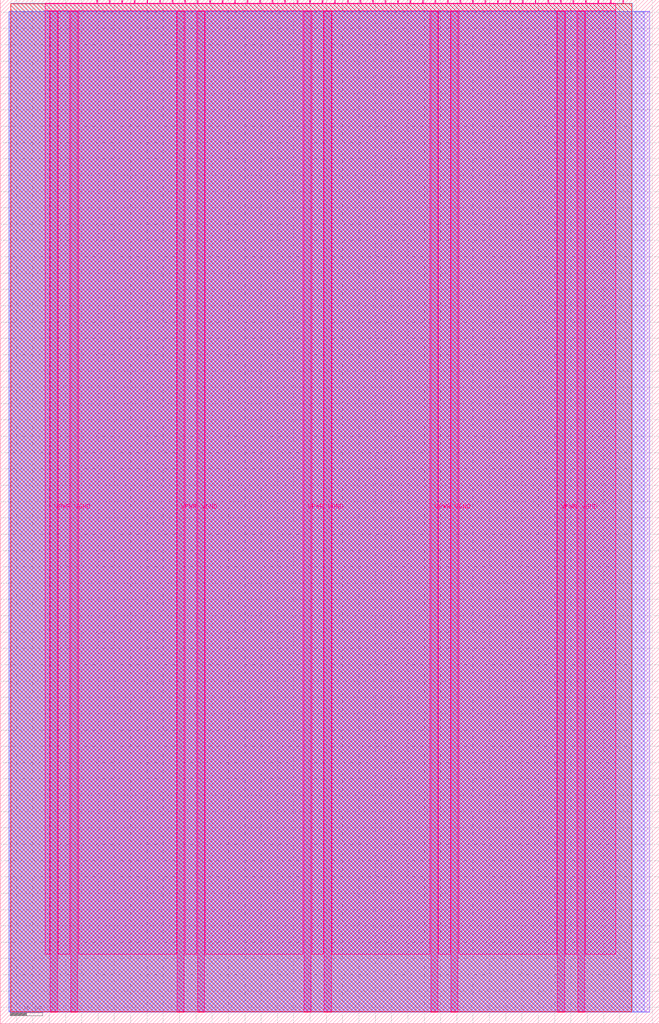
<source format=lef>
VERSION 5.7 ;
  NOWIREEXTENSIONATPIN ON ;
  DIVIDERCHAR "/" ;
  BUSBITCHARS "[]" ;
MACRO tt_um_brandonramos_VGA_Pong_with_NES_Controllers
  CLASS BLOCK ;
  FOREIGN tt_um_brandonramos_VGA_Pong_with_NES_Controllers ;
  ORIGIN 0.000 0.000 ;
  SIZE 202.080 BY 313.740 ;
  PIN VGND
    DIRECTION INOUT ;
    USE GROUND ;
    PORT
      LAYER Metal5 ;
        RECT 21.580 3.560 23.780 310.180 ;
    END
    PORT
      LAYER Metal5 ;
        RECT 60.450 3.560 62.650 310.180 ;
    END
    PORT
      LAYER Metal5 ;
        RECT 99.320 3.560 101.520 310.180 ;
    END
    PORT
      LAYER Metal5 ;
        RECT 138.190 3.560 140.390 310.180 ;
    END
    PORT
      LAYER Metal5 ;
        RECT 177.060 3.560 179.260 310.180 ;
    END
  END VGND
  PIN VPWR
    DIRECTION INOUT ;
    USE POWER ;
    PORT
      LAYER Metal5 ;
        RECT 15.380 3.560 17.580 310.180 ;
    END
    PORT
      LAYER Metal5 ;
        RECT 54.250 3.560 56.450 310.180 ;
    END
    PORT
      LAYER Metal5 ;
        RECT 93.120 3.560 95.320 310.180 ;
    END
    PORT
      LAYER Metal5 ;
        RECT 131.990 3.560 134.190 310.180 ;
    END
    PORT
      LAYER Metal5 ;
        RECT 170.860 3.560 173.060 310.180 ;
    END
  END VPWR
  PIN clk
    DIRECTION INPUT ;
    USE SIGNAL ;
    ANTENNAGATEAREA 0.213200 ;
    PORT
      LAYER Metal5 ;
        RECT 187.050 312.740 187.350 313.740 ;
    END
  END clk
  PIN ena
    DIRECTION INPUT ;
    USE SIGNAL ;
    PORT
      LAYER Metal5 ;
        RECT 190.890 312.740 191.190 313.740 ;
    END
  END ena
  PIN rst_n
    DIRECTION INPUT ;
    USE SIGNAL ;
    ANTENNAGATEAREA 0.314600 ;
    PORT
      LAYER Metal5 ;
        RECT 183.210 312.740 183.510 313.740 ;
    END
  END rst_n
  PIN ui_in[0]
    DIRECTION INPUT ;
    USE SIGNAL ;
    PORT
      LAYER Metal5 ;
        RECT 179.370 312.740 179.670 313.740 ;
    END
  END ui_in[0]
  PIN ui_in[1]
    DIRECTION INPUT ;
    USE SIGNAL ;
    PORT
      LAYER Metal5 ;
        RECT 175.530 312.740 175.830 313.740 ;
    END
  END ui_in[1]
  PIN ui_in[2]
    DIRECTION INPUT ;
    USE SIGNAL ;
    PORT
      LAYER Metal5 ;
        RECT 171.690 312.740 171.990 313.740 ;
    END
  END ui_in[2]
  PIN ui_in[3]
    DIRECTION INPUT ;
    USE SIGNAL ;
    PORT
      LAYER Metal5 ;
        RECT 167.850 312.740 168.150 313.740 ;
    END
  END ui_in[3]
  PIN ui_in[4]
    DIRECTION INPUT ;
    USE SIGNAL ;
    PORT
      LAYER Metal5 ;
        RECT 164.010 312.740 164.310 313.740 ;
    END
  END ui_in[4]
  PIN ui_in[5]
    DIRECTION INPUT ;
    USE SIGNAL ;
    PORT
      LAYER Metal5 ;
        RECT 160.170 312.740 160.470 313.740 ;
    END
  END ui_in[5]
  PIN ui_in[6]
    DIRECTION INPUT ;
    USE SIGNAL ;
    PORT
      LAYER Metal5 ;
        RECT 156.330 312.740 156.630 313.740 ;
    END
  END ui_in[6]
  PIN ui_in[7]
    DIRECTION INPUT ;
    USE SIGNAL ;
    PORT
      LAYER Metal5 ;
        RECT 152.490 312.740 152.790 313.740 ;
    END
  END ui_in[7]
  PIN uio_in[0]
    DIRECTION INPUT ;
    USE SIGNAL ;
    ANTENNAGATEAREA 0.213200 ;
    PORT
      LAYER Metal5 ;
        RECT 148.650 312.740 148.950 313.740 ;
    END
  END uio_in[0]
  PIN uio_in[1]
    DIRECTION INPUT ;
    USE SIGNAL ;
    PORT
      LAYER Metal5 ;
        RECT 144.810 312.740 145.110 313.740 ;
    END
  END uio_in[1]
  PIN uio_in[2]
    DIRECTION INPUT ;
    USE SIGNAL ;
    PORT
      LAYER Metal5 ;
        RECT 140.970 312.740 141.270 313.740 ;
    END
  END uio_in[2]
  PIN uio_in[3]
    DIRECTION INPUT ;
    USE SIGNAL ;
    ANTENNAGATEAREA 0.213200 ;
    PORT
      LAYER Metal5 ;
        RECT 137.130 312.740 137.430 313.740 ;
    END
  END uio_in[3]
  PIN uio_in[4]
    DIRECTION INPUT ;
    USE SIGNAL ;
    PORT
      LAYER Metal5 ;
        RECT 133.290 312.740 133.590 313.740 ;
    END
  END uio_in[4]
  PIN uio_in[5]
    DIRECTION INPUT ;
    USE SIGNAL ;
    PORT
      LAYER Metal5 ;
        RECT 129.450 312.740 129.750 313.740 ;
    END
  END uio_in[5]
  PIN uio_in[6]
    DIRECTION INPUT ;
    USE SIGNAL ;
    PORT
      LAYER Metal5 ;
        RECT 125.610 312.740 125.910 313.740 ;
    END
  END uio_in[6]
  PIN uio_in[7]
    DIRECTION INPUT ;
    USE SIGNAL ;
    PORT
      LAYER Metal5 ;
        RECT 121.770 312.740 122.070 313.740 ;
    END
  END uio_in[7]
  PIN uio_oe[0]
    DIRECTION OUTPUT ;
    USE SIGNAL ;
    ANTENNADIFFAREA 0.299200 ;
    PORT
      LAYER Metal5 ;
        RECT 56.490 312.740 56.790 313.740 ;
    END
  END uio_oe[0]
  PIN uio_oe[1]
    DIRECTION OUTPUT ;
    USE SIGNAL ;
    ANTENNADIFFAREA 0.392700 ;
    PORT
      LAYER Metal5 ;
        RECT 52.650 312.740 52.950 313.740 ;
    END
  END uio_oe[1]
  PIN uio_oe[2]
    DIRECTION OUTPUT ;
    USE SIGNAL ;
    ANTENNADIFFAREA 0.392700 ;
    PORT
      LAYER Metal5 ;
        RECT 48.810 312.740 49.110 313.740 ;
    END
  END uio_oe[2]
  PIN uio_oe[3]
    DIRECTION OUTPUT ;
    USE SIGNAL ;
    ANTENNADIFFAREA 0.299200 ;
    PORT
      LAYER Metal5 ;
        RECT 44.970 312.740 45.270 313.740 ;
    END
  END uio_oe[3]
  PIN uio_oe[4]
    DIRECTION OUTPUT ;
    USE SIGNAL ;
    ANTENNADIFFAREA 0.392700 ;
    PORT
      LAYER Metal5 ;
        RECT 41.130 312.740 41.430 313.740 ;
    END
  END uio_oe[4]
  PIN uio_oe[5]
    DIRECTION OUTPUT ;
    USE SIGNAL ;
    ANTENNADIFFAREA 0.392700 ;
    PORT
      LAYER Metal5 ;
        RECT 37.290 312.740 37.590 313.740 ;
    END
  END uio_oe[5]
  PIN uio_oe[6]
    DIRECTION OUTPUT ;
    USE SIGNAL ;
    ANTENNADIFFAREA 0.299200 ;
    PORT
      LAYER Metal5 ;
        RECT 33.450 312.740 33.750 313.740 ;
    END
  END uio_oe[6]
  PIN uio_oe[7]
    DIRECTION OUTPUT ;
    USE SIGNAL ;
    ANTENNADIFFAREA 0.299200 ;
    PORT
      LAYER Metal5 ;
        RECT 29.610 312.740 29.910 313.740 ;
    END
  END uio_oe[7]
  PIN uio_out[0]
    DIRECTION OUTPUT ;
    USE SIGNAL ;
    ANTENNADIFFAREA 0.299200 ;
    PORT
      LAYER Metal5 ;
        RECT 87.210 312.740 87.510 313.740 ;
    END
  END uio_out[0]
  PIN uio_out[1]
    DIRECTION OUTPUT ;
    USE SIGNAL ;
    ANTENNADIFFAREA 0.988000 ;
    PORT
      LAYER Metal5 ;
        RECT 83.370 312.740 83.670 313.740 ;
    END
  END uio_out[1]
  PIN uio_out[2]
    DIRECTION OUTPUT ;
    USE SIGNAL ;
    ANTENNADIFFAREA 0.972800 ;
    PORT
      LAYER Metal5 ;
        RECT 79.530 312.740 79.830 313.740 ;
    END
  END uio_out[2]
  PIN uio_out[3]
    DIRECTION OUTPUT ;
    USE SIGNAL ;
    ANTENNADIFFAREA 0.299200 ;
    PORT
      LAYER Metal5 ;
        RECT 75.690 312.740 75.990 313.740 ;
    END
  END uio_out[3]
  PIN uio_out[4]
    DIRECTION OUTPUT ;
    USE SIGNAL ;
    ANTENNADIFFAREA 1.269200 ;
    PORT
      LAYER Metal5 ;
        RECT 71.850 312.740 72.150 313.740 ;
    END
  END uio_out[4]
  PIN uio_out[5]
    DIRECTION OUTPUT ;
    USE SIGNAL ;
    ANTENNADIFFAREA 0.972800 ;
    PORT
      LAYER Metal5 ;
        RECT 68.010 312.740 68.310 313.740 ;
    END
  END uio_out[5]
  PIN uio_out[6]
    DIRECTION OUTPUT ;
    USE SIGNAL ;
    ANTENNADIFFAREA 0.299200 ;
    PORT
      LAYER Metal5 ;
        RECT 64.170 312.740 64.470 313.740 ;
    END
  END uio_out[6]
  PIN uio_out[7]
    DIRECTION OUTPUT ;
    USE SIGNAL ;
    ANTENNADIFFAREA 0.299200 ;
    PORT
      LAYER Metal5 ;
        RECT 60.330 312.740 60.630 313.740 ;
    END
  END uio_out[7]
  PIN uo_out[0]
    DIRECTION OUTPUT ;
    USE SIGNAL ;
    ANTENNADIFFAREA 1.413600 ;
    PORT
      LAYER Metal5 ;
        RECT 117.930 312.740 118.230 313.740 ;
    END
  END uo_out[0]
  PIN uo_out[1]
    DIRECTION OUTPUT ;
    USE SIGNAL ;
    ANTENNADIFFAREA 1.413600 ;
    PORT
      LAYER Metal5 ;
        RECT 114.090 312.740 114.390 313.740 ;
    END
  END uo_out[1]
  PIN uo_out[2]
    DIRECTION OUTPUT ;
    USE SIGNAL ;
    ANTENNADIFFAREA 1.413600 ;
    PORT
      LAYER Metal5 ;
        RECT 110.250 312.740 110.550 313.740 ;
    END
  END uo_out[2]
  PIN uo_out[3]
    DIRECTION OUTPUT ;
    USE SIGNAL ;
    ANTENNADIFFAREA 1.413600 ;
    PORT
      LAYER Metal5 ;
        RECT 106.410 312.740 106.710 313.740 ;
    END
  END uo_out[3]
  PIN uo_out[4]
    DIRECTION OUTPUT ;
    USE SIGNAL ;
    ANTENNADIFFAREA 1.413600 ;
    PORT
      LAYER Metal5 ;
        RECT 102.570 312.740 102.870 313.740 ;
    END
  END uo_out[4]
  PIN uo_out[5]
    DIRECTION OUTPUT ;
    USE SIGNAL ;
    ANTENNADIFFAREA 1.413600 ;
    PORT
      LAYER Metal5 ;
        RECT 98.730 312.740 99.030 313.740 ;
    END
  END uo_out[5]
  PIN uo_out[6]
    DIRECTION OUTPUT ;
    USE SIGNAL ;
    ANTENNADIFFAREA 1.413600 ;
    PORT
      LAYER Metal5 ;
        RECT 94.890 312.740 95.190 313.740 ;
    END
  END uo_out[6]
  PIN uo_out[7]
    DIRECTION OUTPUT ;
    USE SIGNAL ;
    ANTENNADIFFAREA 1.413600 ;
    PORT
      LAYER Metal5 ;
        RECT 91.050 312.740 91.350 313.740 ;
    END
  END uo_out[7]
  OBS
      LAYER GatPoly ;
        RECT 2.880 3.630 199.200 310.110 ;
      LAYER Metal1 ;
        RECT 2.880 3.560 199.200 310.180 ;
      LAYER Metal2 ;
        RECT 2.605 3.680 197.425 310.060 ;
      LAYER Metal3 ;
        RECT 3.260 3.635 194.020 312.625 ;
      LAYER Metal4 ;
        RECT 3.215 3.680 193.585 312.580 ;
      LAYER Metal5 ;
        RECT 13.820 312.530 29.400 312.740 ;
        RECT 30.120 312.530 33.240 312.740 ;
        RECT 33.960 312.530 37.080 312.740 ;
        RECT 37.800 312.530 40.920 312.740 ;
        RECT 41.640 312.530 44.760 312.740 ;
        RECT 45.480 312.530 48.600 312.740 ;
        RECT 49.320 312.530 52.440 312.740 ;
        RECT 53.160 312.530 56.280 312.740 ;
        RECT 57.000 312.530 60.120 312.740 ;
        RECT 60.840 312.530 63.960 312.740 ;
        RECT 64.680 312.530 67.800 312.740 ;
        RECT 68.520 312.530 71.640 312.740 ;
        RECT 72.360 312.530 75.480 312.740 ;
        RECT 76.200 312.530 79.320 312.740 ;
        RECT 80.040 312.530 83.160 312.740 ;
        RECT 83.880 312.530 87.000 312.740 ;
        RECT 87.720 312.530 90.840 312.740 ;
        RECT 91.560 312.530 94.680 312.740 ;
        RECT 95.400 312.530 98.520 312.740 ;
        RECT 99.240 312.530 102.360 312.740 ;
        RECT 103.080 312.530 106.200 312.740 ;
        RECT 106.920 312.530 110.040 312.740 ;
        RECT 110.760 312.530 113.880 312.740 ;
        RECT 114.600 312.530 117.720 312.740 ;
        RECT 118.440 312.530 121.560 312.740 ;
        RECT 122.280 312.530 125.400 312.740 ;
        RECT 126.120 312.530 129.240 312.740 ;
        RECT 129.960 312.530 133.080 312.740 ;
        RECT 133.800 312.530 136.920 312.740 ;
        RECT 137.640 312.530 140.760 312.740 ;
        RECT 141.480 312.530 144.600 312.740 ;
        RECT 145.320 312.530 148.440 312.740 ;
        RECT 149.160 312.530 152.280 312.740 ;
        RECT 153.000 312.530 156.120 312.740 ;
        RECT 156.840 312.530 159.960 312.740 ;
        RECT 160.680 312.530 163.800 312.740 ;
        RECT 164.520 312.530 167.640 312.740 ;
        RECT 168.360 312.530 171.480 312.740 ;
        RECT 172.200 312.530 175.320 312.740 ;
        RECT 176.040 312.530 179.160 312.740 ;
        RECT 179.880 312.530 183.000 312.740 ;
        RECT 183.720 312.530 186.840 312.740 ;
        RECT 187.560 312.530 188.740 312.740 ;
        RECT 13.820 310.390 188.740 312.530 ;
        RECT 13.820 21.275 15.170 310.390 ;
        RECT 17.790 21.275 21.370 310.390 ;
        RECT 23.990 21.275 54.040 310.390 ;
        RECT 56.660 21.275 60.240 310.390 ;
        RECT 62.860 21.275 92.910 310.390 ;
        RECT 95.530 21.275 99.110 310.390 ;
        RECT 101.730 21.275 131.780 310.390 ;
        RECT 134.400 21.275 137.980 310.390 ;
        RECT 140.600 21.275 170.650 310.390 ;
        RECT 173.270 21.275 176.850 310.390 ;
        RECT 179.470 21.275 188.740 310.390 ;
  END
END tt_um_brandonramos_VGA_Pong_with_NES_Controllers
END LIBRARY


</source>
